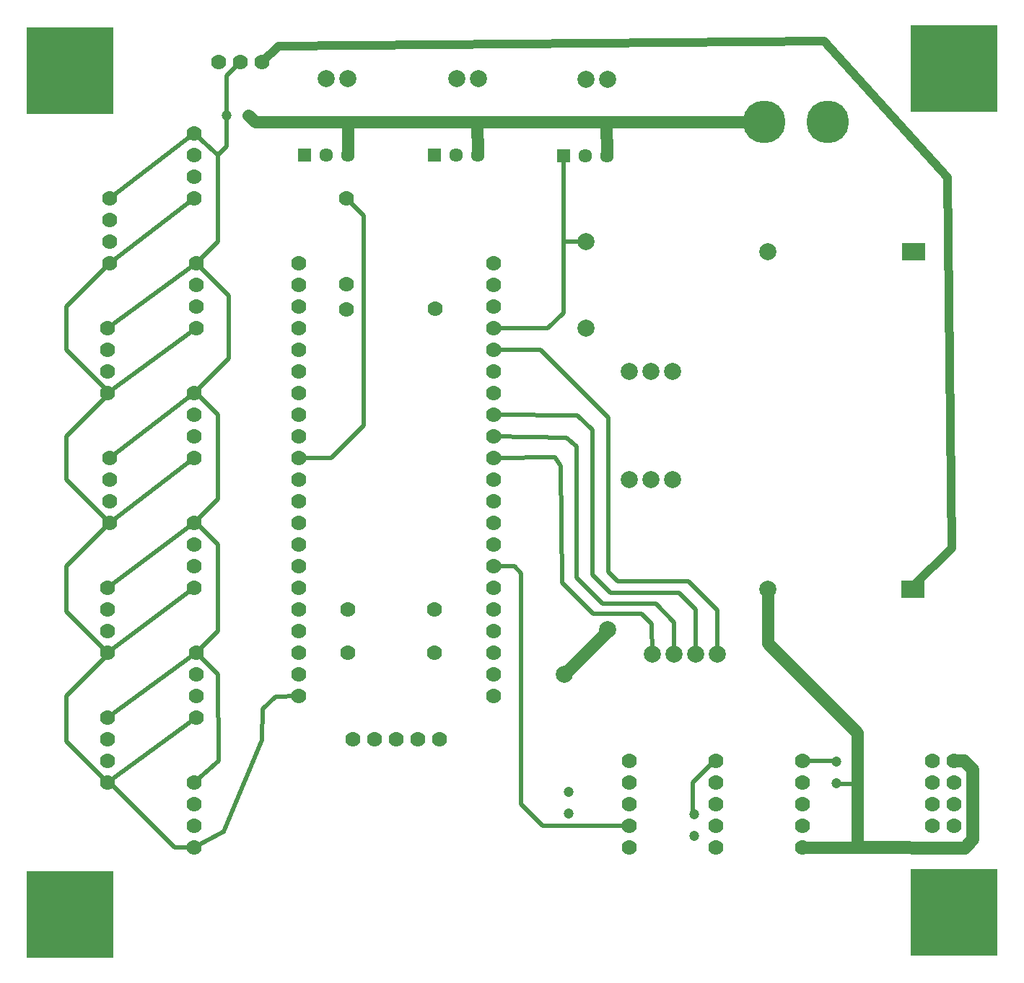
<source format=gbl>
G04 Layer: BottomLayer*
G04 EasyEDA v6.3.53, 2020-06-08T12:07:48--7:00*
G04 bd5e1def8c3a44afa438a5c08afba8b4,269c31b763b64a8fadfd0c58d2184f68,10*
G04 Gerber Generator version 0.2*
G04 Scale: 100 percent, Rotated: No, Reflected: No *
G04 Dimensions in millimeters *
G04 leading zeros omitted , absolute positions ,3 integer and 3 decimal *
%FSLAX33Y33*%
%MOMM*%
G90*
G71D02*

%ADD11C,0.499999*%
%ADD12C,0.999998*%
%ADD13C,1.399997*%
%ADD14C,1.999996*%
%ADD15C,0.609600*%
%ADD16C,1.778000*%
%ADD17C,4.999990*%
%ADD18C,1.198880*%
%ADD19R,2.700020X1.999996*%
%ADD20R,1.612900X1.612900*%
%ADD21C,1.612900*%
%ADD22C,1.499997*%

%LPD*%
G54D11*
G01X23562Y98921D02*
G01X23502Y98861D01*
G54D13*
G01X26042Y98861D02*
G01X26821Y98082D01*
G01X38455Y98082D01*
G54D11*
G01X25078Y105082D02*
G01X23502Y103505D01*
G01X23502Y98861D01*
G54D22*
G01X108839Y23102D02*
G01X110020Y23102D01*
G01X111038Y22081D01*
G01X111038Y13836D01*
G01X110050Y12848D01*
G01X97515Y12942D01*
G54D11*
G01X23502Y98861D02*
G01X23502Y95245D01*
G01X22479Y94222D01*
G54D12*
G01X29539Y106972D02*
G01X29539Y107002D01*
G01X27618Y105082D01*
G01X104020Y43268D02*
G01X104020Y43563D01*
G01X108538Y48082D01*
G01X108039Y91582D01*
G01X93538Y107582D01*
G01X29539Y107002D01*
G54D11*
G01X95044Y20407D02*
G01X97515Y20407D01*
G01X95044Y23041D02*
G01X91140Y23041D01*
G01X91093Y23088D01*
G01X80839Y23088D02*
G01X80698Y23088D01*
G01X78158Y20548D01*
G01X78158Y16832D01*
G01X78252Y16738D01*
G54D13*
G01X53423Y98056D02*
G01X37693Y98082D01*
G01X37719Y94222D01*
G01X68047Y98056D02*
G01X52882Y98056D01*
G01X52955Y94293D01*
G01X86538Y98082D02*
G01X68047Y98056D01*
G01X68079Y94082D01*
G01X87003Y43267D02*
G01X87003Y36865D01*
G01X97515Y26353D01*
G01X97515Y12942D01*
G01X91059Y12942D01*
G54D11*
G01X62999Y84042D02*
G01X65659Y84062D01*
G01X62999Y94082D02*
G01X62999Y75647D01*
G01X61193Y73841D01*
G01X54828Y73841D01*
G01X37538Y89082D02*
G01X39539Y87082D01*
G01X39539Y62412D01*
G01X35727Y58601D01*
G01X31968Y58601D01*
G01X54828Y58611D02*
G01X61976Y58687D01*
G01X62661Y57696D01*
G01X62816Y44018D01*
G01X66504Y40330D01*
G01X72153Y40330D01*
G01X73329Y39154D01*
G01X73418Y35581D01*
G01X54828Y61141D02*
G01X63390Y61011D01*
G01X64546Y60003D01*
G01X64546Y44557D01*
G01X67579Y41522D01*
G01X73814Y41522D01*
G01X75958Y39378D01*
G01X75958Y35581D01*
G01X54828Y63681D02*
G01X64592Y63615D01*
G01X66370Y61937D01*
G01X66382Y44902D01*
G01X68498Y42789D01*
G01X76553Y42789D01*
G01X78498Y40846D01*
G01X78498Y35581D01*
G01X54828Y71301D02*
G01X60304Y71301D01*
G01X68265Y63340D01*
G01X68265Y45294D01*
G01X69402Y44156D01*
G01X77622Y44156D01*
G01X81038Y40742D01*
G01X81038Y35581D01*
G54D13*
G01X68199Y38475D02*
G01X68199Y38342D01*
G01X63119Y33262D01*
G54D11*
G01X70739Y15482D02*
G01X60579Y15482D01*
G01X58039Y18022D01*
G01X58039Y45082D01*
G01X57218Y45902D01*
G01X54829Y45902D01*
G01X31968Y30661D02*
G01X29258Y30645D01*
G01X27686Y29198D01*
G01X27658Y25540D01*
G01X23175Y14790D01*
G01X19685Y12942D01*
G01X19939Y35802D02*
G01X22479Y33262D01*
G01X22538Y23082D01*
G01X19685Y20562D01*
G01X19939Y35802D02*
G01X9525Y28182D01*
G01X19685Y51042D02*
G01X9525Y43422D01*
G01X19685Y66282D02*
G01X9779Y58662D01*
G01X19685Y51042D02*
G01X19939Y51042D01*
G01X22479Y48502D01*
G01X22479Y38342D01*
G01X19939Y35802D01*
G01X19939Y81522D02*
G01X9525Y73902D01*
G01X19685Y66282D02*
G01X19939Y66282D01*
G01X22479Y63742D01*
G01X22479Y53836D01*
G01X19685Y51042D01*
G01X19939Y81522D02*
G01X23749Y77712D01*
G01X23749Y70346D01*
G01X19685Y66282D01*
G01X19685Y96762D02*
G01X22479Y94222D01*
G01X22479Y84062D01*
G01X19939Y81522D01*
G01X19685Y96762D02*
G01X9779Y89142D01*
G01X9525Y66282D02*
G01X9525Y66028D01*
G01X4699Y61202D01*
G01X4699Y56122D01*
G01X9779Y51042D01*
G01X9525Y35802D02*
G01X9525Y35548D01*
G01X4699Y30722D01*
G01X4699Y25388D01*
G01X9525Y20562D01*
G01X9779Y51042D02*
G01X4699Y45962D01*
G01X4699Y40628D01*
G01X9525Y35802D01*
G01X9779Y81522D02*
G01X4699Y76442D01*
G01X4699Y71362D01*
G01X9525Y66536D01*
G01X9525Y66282D01*
G01X19685Y89142D02*
G01X9779Y81522D01*
G01X19939Y73902D02*
G01X9525Y66282D01*
G01X19685Y58662D02*
G01X9779Y51042D01*
G01X19685Y43422D02*
G01X9525Y35802D01*
G01X19939Y28182D02*
G01X9525Y20562D01*
G01X9525Y20562D02*
G01X9779Y20562D01*
G01X17399Y12942D01*
G01X19685Y12942D01*

%LPD*%
G36*
G01X10159Y109222D02*
G01X-0Y109222D01*
G01X-0Y99062D01*
G01X10159Y99062D01*
G01X10159Y109222D01*
G37*

%LPD*%
G36*
G01X113919Y10402D02*
G01X103759Y10402D01*
G01X103759Y242D01*
G01X113919Y242D01*
G01X113919Y10402D01*
G37*

%LPD*%
G36*
G01X10159Y10162D02*
G01X-0Y10162D01*
G01X-0Y2D01*
G01X10159Y2D01*
G01X10159Y10162D01*
G37*

%LPD*%
G36*
G01X10159Y109222D02*
G01X-0Y109222D01*
G01X-0Y99062D01*
G01X10159Y99062D01*
G01X10159Y109222D01*
G37*

%LPD*%
G36*
G01X113919Y109462D02*
G01X103759Y109462D01*
G01X103759Y99302D01*
G01X113919Y99302D01*
G01X113919Y109462D01*
G37*
G54D16*
G01X9779Y89142D03*
G01X9779Y86602D03*
G01X9779Y84062D03*
G01X9779Y81522D03*
G01X9525Y66282D03*
G01X9525Y68822D03*
G01X9525Y71362D03*
G01X9525Y73902D03*
G01X9525Y43422D03*
G01X9525Y40882D03*
G01X9525Y38342D03*
G01X9525Y35802D03*
G01X9779Y51042D03*
G01X9779Y53582D03*
G01X9779Y56122D03*
G01X9779Y58662D03*
G01X19939Y81522D03*
G01X19939Y78982D03*
G01X19939Y76442D03*
G01X19939Y73902D03*
G01X19685Y58662D03*
G01X19685Y61202D03*
G01X19685Y63742D03*
G01X19685Y66282D03*
G01X19685Y96762D03*
G01X19685Y94222D03*
G01X19685Y91682D03*
G01X19685Y89142D03*
G01X9525Y20562D03*
G01X9525Y23102D03*
G01X9525Y25642D03*
G01X9525Y28182D03*
G01X19685Y43422D03*
G01X19685Y45962D03*
G01X19685Y48502D03*
G01X19685Y51042D03*
G01X19685Y20562D03*
G01X19685Y18022D03*
G01X19685Y15482D03*
G01X19685Y12942D03*
G01X19939Y28182D03*
G01X19939Y30722D03*
G01X19939Y33262D03*
G01X19939Y35802D03*
G54D17*
G01X86539Y98082D03*
G01X94039Y98082D03*
G01X5078Y104142D03*
G01X5078Y5082D03*
G01X108839Y104382D03*
G54D16*
G01X70739Y20562D03*
G01X70739Y18022D03*
G01X70739Y15482D03*
G01X70739Y12942D03*
G01X70739Y23102D03*
G01X91059Y23102D03*
G01X91059Y12942D03*
G01X91059Y15482D03*
G01X91059Y18022D03*
G01X91059Y20562D03*
G01X80899Y23102D03*
G01X80899Y12942D03*
G01X80899Y15482D03*
G01X80899Y18022D03*
G01X80899Y20562D03*
G54D17*
G01X108839Y5322D03*
G54D16*
G01X37719Y35802D03*
G01X47879Y35802D03*
G54D14*
G01X53009Y103145D03*
G01X50469Y103145D03*
G54D16*
G01X37538Y76082D03*
G01X47955Y76184D03*
G54D14*
G01X75819Y56122D03*
G01X70739Y56122D03*
G01X75819Y68822D03*
G01X70739Y68822D03*
G54D16*
G01X37719Y40882D03*
G01X47879Y40882D03*
G54D14*
G01X35196Y103179D03*
G01X37736Y103179D03*
G54D16*
G01X37538Y89082D03*
G01X37538Y79082D03*
G54D14*
G01X81038Y35582D03*
G01X78498Y35582D03*
G01X75958Y35582D03*
G01X73418Y35582D03*
G01X65612Y103112D03*
G01X68152Y103112D03*
G01X65659Y84062D03*
G01X65659Y73902D03*
G54D18*
G01X78312Y16799D03*
G01X78312Y14259D03*
G01X95057Y20420D03*
G01X95010Y23008D03*
G01X23502Y98861D03*
G01X26042Y98861D03*
G54D16*
G01X27618Y105082D03*
G01X25078Y105082D03*
G01X22538Y105082D03*
G01X106299Y23102D03*
G01X106299Y20562D03*
G01X106299Y18022D03*
G01X106299Y15482D03*
G01X108839Y23102D03*
G01X108839Y20562D03*
G01X108839Y18022D03*
G01X108839Y15482D03*
G54D14*
G01X73279Y68822D03*
G01X73279Y56122D03*
G54D18*
G01X63633Y19457D03*
G01X63633Y16917D03*
G54D14*
G01X86998Y82896D03*
G54D19*
G01X104079Y82865D03*
G01X104020Y43268D03*
G54D14*
G01X87003Y43267D03*
G54D20*
G01X47879Y94222D03*
G54D21*
G01X50419Y94222D03*
G01X52959Y94222D03*
G54D20*
G01X32639Y94222D03*
G54D21*
G01X35179Y94222D03*
G01X37719Y94222D03*
G54D20*
G01X62999Y94082D03*
G54D21*
G01X65539Y94082D03*
G01X68079Y94082D03*
G54D16*
G01X31968Y78922D03*
G01X31968Y56062D03*
G01X31968Y76382D03*
G01X31968Y73842D03*
G01X31968Y71302D03*
G01X31968Y68762D03*
G01X31968Y66222D03*
G01X31968Y63682D03*
G01X31968Y61142D03*
G01X31968Y58602D03*
G01X31968Y81462D03*
G01X31968Y53522D03*
G01X31968Y50982D03*
G01X31968Y48442D03*
G01X31968Y45902D03*
G01X31968Y43362D03*
G01X31968Y40822D03*
G01X31968Y38282D03*
G01X31968Y35742D03*
G01X31968Y33202D03*
G01X31968Y30662D03*
G01X54829Y78922D03*
G01X54829Y56062D03*
G01X54829Y76382D03*
G01X54829Y73842D03*
G01X54829Y71302D03*
G01X54829Y68762D03*
G01X54829Y66222D03*
G01X54829Y63682D03*
G01X54829Y61142D03*
G01X54829Y58602D03*
G01X54828Y81462D03*
G01X54829Y53522D03*
G01X54829Y50982D03*
G01X54829Y48442D03*
G01X54829Y45902D03*
G01X54829Y43362D03*
G01X54829Y40822D03*
G01X54829Y38282D03*
G01X54829Y35742D03*
G01X54829Y33202D03*
G01X54829Y30662D03*
G01X48478Y25582D03*
G01X45938Y25582D03*
G01X43398Y25582D03*
G01X40858Y25582D03*
G01X38318Y25582D03*
G54D14*
G01X68199Y38475D03*
G01X63119Y33262D03*
G54D15*
G01X108839Y101842D03*
G01X108839Y106922D03*
G01X106299Y104382D03*
G01X111379Y104382D03*
G01X7618Y104142D03*
G01X5078Y106682D03*
G01X2538Y104142D03*
G01X5078Y101602D03*
G01X5078Y7622D03*
G01X7618Y5082D03*
G01X5078Y2542D03*
G01X2538Y5082D03*
G01X108839Y7862D03*
G01X111379Y5322D03*
G01X108839Y2782D03*
G01X106299Y5322D03*
M00*
M02*

</source>
